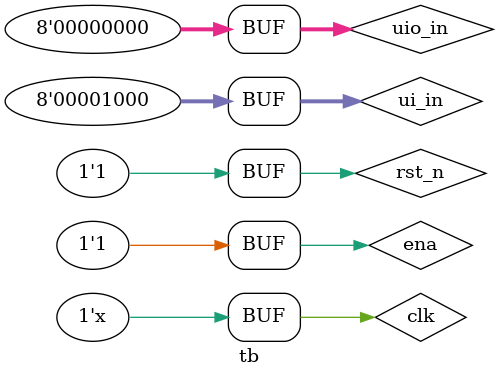
<source format=v>
`timescale 1ns / 1ps
`default_nettype none

module tb();

  reg clk;
  reg rst_n;
  reg ena;
  reg [7:0] ui_in;
  reg [7:0] uio_in;
  wire [7:0] uo_out;
  wire [7:0] uio_out;
  wire [7:0] uio_oe;
`ifdef GL_TEST
  wire VPWR = 1'b1;
  wire VGND = 1'b0;
`endif

  initial begin
    $dumpfile("tb.vcd");
    $dumpvars(0, tb);
  end

  initial clk = 0;
  always #5 clk = ~clk;

  tt_um_cache_controller dut (
      .clk(clk),
      .rst_n(rst_n),
      .ena(ena),
      .ui_in(ui_in),
      .uo_out(uo_out),
      .uio_in(uio_in),
      .uio_out(uio_out),
      .uio_oe(uio_oe)
`ifdef GL_TEST
      ,.VPWR(VPWR)
      ,.VGND(VGND)
`endif
  );

  initial begin
    rst_n = 0; ena = 0; ui_in = 0; uio_in = 0;
    #20;
    rst_n = 1; ena = 1;
    #10;

    ui_in = 8'b10000100; // Write (MSB=1) to addr 0x04
    #40;

    ui_in = 8'b00000100; // Read (MSB=0) from addr 0x04
    #40;

    ui_in = 8'b00001000; // Read miss from addr 0x08
    #40;

  end

  initial begin
    $monitor("Time=%0t clk=%b rst_n=%b ena=%b ui_in=%b uo_out=%h", $time, clk, rst_n, ena, ui_in, uo_out);
  end

endmodule

</source>
